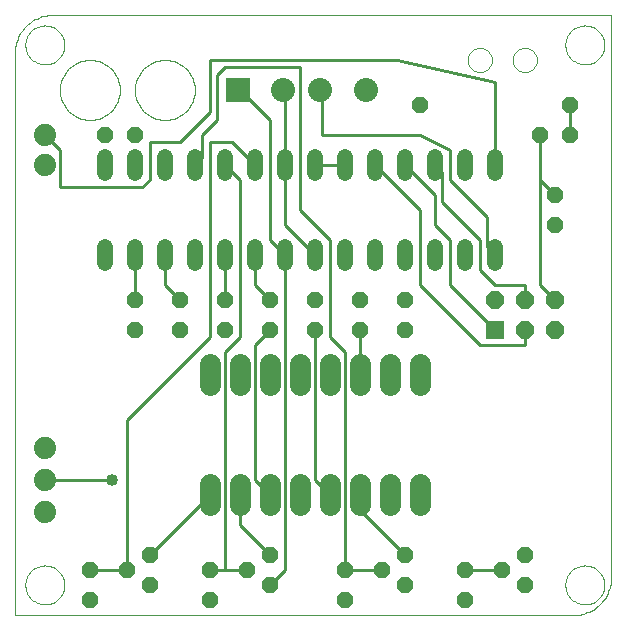
<source format=gtl>
G75*
G70*
%OFA0B0*%
%FSLAX24Y24*%
%IPPOS*%
%LPD*%
%AMOC8*
5,1,8,0,0,1.08239X$1,22.5*
%
%ADD10C,0.0000*%
%ADD11C,0.0700*%
%ADD12OC8,0.0520*%
%ADD13C,0.0520*%
%ADD14R,0.0600X0.0600*%
%ADD15OC8,0.0600*%
%ADD16R,0.0800X0.0800*%
%ADD17C,0.0800*%
%ADD18C,0.0740*%
%ADD19C,0.0100*%
%ADD20C,0.0400*%
D10*
X000121Y000101D02*
X000121Y018847D01*
X000471Y019101D02*
X000473Y019151D01*
X000479Y019201D01*
X000489Y019251D01*
X000502Y019299D01*
X000519Y019347D01*
X000540Y019393D01*
X000564Y019437D01*
X000592Y019479D01*
X000623Y019519D01*
X000657Y019556D01*
X000694Y019591D01*
X000733Y019622D01*
X000774Y019651D01*
X000818Y019676D01*
X000864Y019698D01*
X000911Y019716D01*
X000959Y019730D01*
X001008Y019741D01*
X001058Y019748D01*
X001108Y019751D01*
X001159Y019750D01*
X001209Y019745D01*
X001259Y019736D01*
X001307Y019724D01*
X001355Y019707D01*
X001401Y019687D01*
X001446Y019664D01*
X001489Y019637D01*
X001529Y019607D01*
X001567Y019574D01*
X001602Y019538D01*
X001635Y019499D01*
X001664Y019458D01*
X001690Y019415D01*
X001713Y019370D01*
X001732Y019323D01*
X001747Y019275D01*
X001759Y019226D01*
X001767Y019176D01*
X001771Y019126D01*
X001771Y019076D01*
X001767Y019026D01*
X001759Y018976D01*
X001747Y018927D01*
X001732Y018879D01*
X001713Y018832D01*
X001690Y018787D01*
X001664Y018744D01*
X001635Y018703D01*
X001602Y018664D01*
X001567Y018628D01*
X001529Y018595D01*
X001489Y018565D01*
X001446Y018538D01*
X001401Y018515D01*
X001355Y018495D01*
X001307Y018478D01*
X001259Y018466D01*
X001209Y018457D01*
X001159Y018452D01*
X001108Y018451D01*
X001058Y018454D01*
X001008Y018461D01*
X000959Y018472D01*
X000911Y018486D01*
X000864Y018504D01*
X000818Y018526D01*
X000774Y018551D01*
X000733Y018580D01*
X000694Y018611D01*
X000657Y018646D01*
X000623Y018683D01*
X000592Y018723D01*
X000564Y018765D01*
X000540Y018809D01*
X000519Y018855D01*
X000502Y018903D01*
X000489Y018951D01*
X000479Y019001D01*
X000473Y019051D01*
X000471Y019101D01*
X000121Y018847D02*
X000123Y018915D01*
X000128Y018982D01*
X000137Y019049D01*
X000150Y019116D01*
X000167Y019181D01*
X000186Y019246D01*
X000210Y019310D01*
X000237Y019372D01*
X000267Y019433D01*
X000300Y019491D01*
X000336Y019548D01*
X000376Y019603D01*
X000418Y019656D01*
X000464Y019707D01*
X000511Y019754D01*
X000562Y019800D01*
X000615Y019842D01*
X000670Y019882D01*
X000727Y019918D01*
X000785Y019951D01*
X000846Y019981D01*
X000908Y020008D01*
X000972Y020032D01*
X001037Y020051D01*
X001102Y020068D01*
X001169Y020081D01*
X001236Y020090D01*
X001303Y020095D01*
X001371Y020097D01*
X019991Y020097D01*
X019991Y001351D01*
X018471Y001101D02*
X018473Y001151D01*
X018479Y001201D01*
X018489Y001251D01*
X018502Y001299D01*
X018519Y001347D01*
X018540Y001393D01*
X018564Y001437D01*
X018592Y001479D01*
X018623Y001519D01*
X018657Y001556D01*
X018694Y001591D01*
X018733Y001622D01*
X018774Y001651D01*
X018818Y001676D01*
X018864Y001698D01*
X018911Y001716D01*
X018959Y001730D01*
X019008Y001741D01*
X019058Y001748D01*
X019108Y001751D01*
X019159Y001750D01*
X019209Y001745D01*
X019259Y001736D01*
X019307Y001724D01*
X019355Y001707D01*
X019401Y001687D01*
X019446Y001664D01*
X019489Y001637D01*
X019529Y001607D01*
X019567Y001574D01*
X019602Y001538D01*
X019635Y001499D01*
X019664Y001458D01*
X019690Y001415D01*
X019713Y001370D01*
X019732Y001323D01*
X019747Y001275D01*
X019759Y001226D01*
X019767Y001176D01*
X019771Y001126D01*
X019771Y001076D01*
X019767Y001026D01*
X019759Y000976D01*
X019747Y000927D01*
X019732Y000879D01*
X019713Y000832D01*
X019690Y000787D01*
X019664Y000744D01*
X019635Y000703D01*
X019602Y000664D01*
X019567Y000628D01*
X019529Y000595D01*
X019489Y000565D01*
X019446Y000538D01*
X019401Y000515D01*
X019355Y000495D01*
X019307Y000478D01*
X019259Y000466D01*
X019209Y000457D01*
X019159Y000452D01*
X019108Y000451D01*
X019058Y000454D01*
X019008Y000461D01*
X018959Y000472D01*
X018911Y000486D01*
X018864Y000504D01*
X018818Y000526D01*
X018774Y000551D01*
X018733Y000580D01*
X018694Y000611D01*
X018657Y000646D01*
X018623Y000683D01*
X018592Y000723D01*
X018564Y000765D01*
X018540Y000809D01*
X018519Y000855D01*
X018502Y000903D01*
X018489Y000951D01*
X018479Y001001D01*
X018473Y001051D01*
X018471Y001101D01*
X018741Y000101D02*
X018809Y000103D01*
X018876Y000108D01*
X018943Y000117D01*
X019010Y000130D01*
X019075Y000147D01*
X019140Y000166D01*
X019204Y000190D01*
X019266Y000217D01*
X019327Y000247D01*
X019385Y000280D01*
X019442Y000316D01*
X019497Y000356D01*
X019550Y000398D01*
X019601Y000444D01*
X019648Y000491D01*
X019694Y000542D01*
X019736Y000595D01*
X019776Y000650D01*
X019812Y000707D01*
X019845Y000765D01*
X019875Y000826D01*
X019902Y000888D01*
X019926Y000952D01*
X019945Y001017D01*
X019962Y001082D01*
X019975Y001149D01*
X019984Y001216D01*
X019989Y001283D01*
X019991Y001351D01*
X018741Y000101D02*
X000121Y000101D01*
X000471Y001101D02*
X000473Y001151D01*
X000479Y001201D01*
X000489Y001251D01*
X000502Y001299D01*
X000519Y001347D01*
X000540Y001393D01*
X000564Y001437D01*
X000592Y001479D01*
X000623Y001519D01*
X000657Y001556D01*
X000694Y001591D01*
X000733Y001622D01*
X000774Y001651D01*
X000818Y001676D01*
X000864Y001698D01*
X000911Y001716D01*
X000959Y001730D01*
X001008Y001741D01*
X001058Y001748D01*
X001108Y001751D01*
X001159Y001750D01*
X001209Y001745D01*
X001259Y001736D01*
X001307Y001724D01*
X001355Y001707D01*
X001401Y001687D01*
X001446Y001664D01*
X001489Y001637D01*
X001529Y001607D01*
X001567Y001574D01*
X001602Y001538D01*
X001635Y001499D01*
X001664Y001458D01*
X001690Y001415D01*
X001713Y001370D01*
X001732Y001323D01*
X001747Y001275D01*
X001759Y001226D01*
X001767Y001176D01*
X001771Y001126D01*
X001771Y001076D01*
X001767Y001026D01*
X001759Y000976D01*
X001747Y000927D01*
X001732Y000879D01*
X001713Y000832D01*
X001690Y000787D01*
X001664Y000744D01*
X001635Y000703D01*
X001602Y000664D01*
X001567Y000628D01*
X001529Y000595D01*
X001489Y000565D01*
X001446Y000538D01*
X001401Y000515D01*
X001355Y000495D01*
X001307Y000478D01*
X001259Y000466D01*
X001209Y000457D01*
X001159Y000452D01*
X001108Y000451D01*
X001058Y000454D01*
X001008Y000461D01*
X000959Y000472D01*
X000911Y000486D01*
X000864Y000504D01*
X000818Y000526D01*
X000774Y000551D01*
X000733Y000580D01*
X000694Y000611D01*
X000657Y000646D01*
X000623Y000683D01*
X000592Y000723D01*
X000564Y000765D01*
X000540Y000809D01*
X000519Y000855D01*
X000502Y000903D01*
X000489Y000951D01*
X000479Y001001D01*
X000473Y001051D01*
X000471Y001101D01*
X001621Y017601D02*
X001623Y017664D01*
X001629Y017726D01*
X001639Y017788D01*
X001652Y017850D01*
X001670Y017910D01*
X001691Y017969D01*
X001716Y018027D01*
X001745Y018083D01*
X001777Y018137D01*
X001812Y018189D01*
X001850Y018238D01*
X001892Y018286D01*
X001936Y018330D01*
X001984Y018372D01*
X002033Y018410D01*
X002085Y018445D01*
X002139Y018477D01*
X002195Y018506D01*
X002253Y018531D01*
X002312Y018552D01*
X002372Y018570D01*
X002434Y018583D01*
X002496Y018593D01*
X002558Y018599D01*
X002621Y018601D01*
X002684Y018599D01*
X002746Y018593D01*
X002808Y018583D01*
X002870Y018570D01*
X002930Y018552D01*
X002989Y018531D01*
X003047Y018506D01*
X003103Y018477D01*
X003157Y018445D01*
X003209Y018410D01*
X003258Y018372D01*
X003306Y018330D01*
X003350Y018286D01*
X003392Y018238D01*
X003430Y018189D01*
X003465Y018137D01*
X003497Y018083D01*
X003526Y018027D01*
X003551Y017969D01*
X003572Y017910D01*
X003590Y017850D01*
X003603Y017788D01*
X003613Y017726D01*
X003619Y017664D01*
X003621Y017601D01*
X003619Y017538D01*
X003613Y017476D01*
X003603Y017414D01*
X003590Y017352D01*
X003572Y017292D01*
X003551Y017233D01*
X003526Y017175D01*
X003497Y017119D01*
X003465Y017065D01*
X003430Y017013D01*
X003392Y016964D01*
X003350Y016916D01*
X003306Y016872D01*
X003258Y016830D01*
X003209Y016792D01*
X003157Y016757D01*
X003103Y016725D01*
X003047Y016696D01*
X002989Y016671D01*
X002930Y016650D01*
X002870Y016632D01*
X002808Y016619D01*
X002746Y016609D01*
X002684Y016603D01*
X002621Y016601D01*
X002558Y016603D01*
X002496Y016609D01*
X002434Y016619D01*
X002372Y016632D01*
X002312Y016650D01*
X002253Y016671D01*
X002195Y016696D01*
X002139Y016725D01*
X002085Y016757D01*
X002033Y016792D01*
X001984Y016830D01*
X001936Y016872D01*
X001892Y016916D01*
X001850Y016964D01*
X001812Y017013D01*
X001777Y017065D01*
X001745Y017119D01*
X001716Y017175D01*
X001691Y017233D01*
X001670Y017292D01*
X001652Y017352D01*
X001639Y017414D01*
X001629Y017476D01*
X001623Y017538D01*
X001621Y017601D01*
X004121Y017601D02*
X004123Y017664D01*
X004129Y017726D01*
X004139Y017788D01*
X004152Y017850D01*
X004170Y017910D01*
X004191Y017969D01*
X004216Y018027D01*
X004245Y018083D01*
X004277Y018137D01*
X004312Y018189D01*
X004350Y018238D01*
X004392Y018286D01*
X004436Y018330D01*
X004484Y018372D01*
X004533Y018410D01*
X004585Y018445D01*
X004639Y018477D01*
X004695Y018506D01*
X004753Y018531D01*
X004812Y018552D01*
X004872Y018570D01*
X004934Y018583D01*
X004996Y018593D01*
X005058Y018599D01*
X005121Y018601D01*
X005184Y018599D01*
X005246Y018593D01*
X005308Y018583D01*
X005370Y018570D01*
X005430Y018552D01*
X005489Y018531D01*
X005547Y018506D01*
X005603Y018477D01*
X005657Y018445D01*
X005709Y018410D01*
X005758Y018372D01*
X005806Y018330D01*
X005850Y018286D01*
X005892Y018238D01*
X005930Y018189D01*
X005965Y018137D01*
X005997Y018083D01*
X006026Y018027D01*
X006051Y017969D01*
X006072Y017910D01*
X006090Y017850D01*
X006103Y017788D01*
X006113Y017726D01*
X006119Y017664D01*
X006121Y017601D01*
X006119Y017538D01*
X006113Y017476D01*
X006103Y017414D01*
X006090Y017352D01*
X006072Y017292D01*
X006051Y017233D01*
X006026Y017175D01*
X005997Y017119D01*
X005965Y017065D01*
X005930Y017013D01*
X005892Y016964D01*
X005850Y016916D01*
X005806Y016872D01*
X005758Y016830D01*
X005709Y016792D01*
X005657Y016757D01*
X005603Y016725D01*
X005547Y016696D01*
X005489Y016671D01*
X005430Y016650D01*
X005370Y016632D01*
X005308Y016619D01*
X005246Y016609D01*
X005184Y016603D01*
X005121Y016601D01*
X005058Y016603D01*
X004996Y016609D01*
X004934Y016619D01*
X004872Y016632D01*
X004812Y016650D01*
X004753Y016671D01*
X004695Y016696D01*
X004639Y016725D01*
X004585Y016757D01*
X004533Y016792D01*
X004484Y016830D01*
X004436Y016872D01*
X004392Y016916D01*
X004350Y016964D01*
X004312Y017013D01*
X004277Y017065D01*
X004245Y017119D01*
X004216Y017175D01*
X004191Y017233D01*
X004170Y017292D01*
X004152Y017352D01*
X004139Y017414D01*
X004129Y017476D01*
X004123Y017538D01*
X004121Y017601D01*
X015221Y018601D02*
X015223Y018641D01*
X015229Y018680D01*
X015239Y018719D01*
X015252Y018756D01*
X015270Y018792D01*
X015291Y018826D01*
X015315Y018858D01*
X015342Y018887D01*
X015372Y018914D01*
X015404Y018937D01*
X015439Y018957D01*
X015475Y018973D01*
X015513Y018986D01*
X015552Y018995D01*
X015591Y019000D01*
X015631Y019001D01*
X015671Y018998D01*
X015710Y018991D01*
X015748Y018980D01*
X015786Y018966D01*
X015821Y018947D01*
X015854Y018926D01*
X015886Y018901D01*
X015914Y018873D01*
X015940Y018843D01*
X015962Y018810D01*
X015981Y018775D01*
X015997Y018738D01*
X016009Y018700D01*
X016017Y018661D01*
X016021Y018621D01*
X016021Y018581D01*
X016017Y018541D01*
X016009Y018502D01*
X015997Y018464D01*
X015981Y018427D01*
X015962Y018392D01*
X015940Y018359D01*
X015914Y018329D01*
X015886Y018301D01*
X015854Y018276D01*
X015821Y018255D01*
X015786Y018236D01*
X015748Y018222D01*
X015710Y018211D01*
X015671Y018204D01*
X015631Y018201D01*
X015591Y018202D01*
X015552Y018207D01*
X015513Y018216D01*
X015475Y018229D01*
X015439Y018245D01*
X015404Y018265D01*
X015372Y018288D01*
X015342Y018315D01*
X015315Y018344D01*
X015291Y018376D01*
X015270Y018410D01*
X015252Y018446D01*
X015239Y018483D01*
X015229Y018522D01*
X015223Y018561D01*
X015221Y018601D01*
X016721Y018601D02*
X016723Y018641D01*
X016729Y018680D01*
X016739Y018719D01*
X016752Y018756D01*
X016770Y018792D01*
X016791Y018826D01*
X016815Y018858D01*
X016842Y018887D01*
X016872Y018914D01*
X016904Y018937D01*
X016939Y018957D01*
X016975Y018973D01*
X017013Y018986D01*
X017052Y018995D01*
X017091Y019000D01*
X017131Y019001D01*
X017171Y018998D01*
X017210Y018991D01*
X017248Y018980D01*
X017286Y018966D01*
X017321Y018947D01*
X017354Y018926D01*
X017386Y018901D01*
X017414Y018873D01*
X017440Y018843D01*
X017462Y018810D01*
X017481Y018775D01*
X017497Y018738D01*
X017509Y018700D01*
X017517Y018661D01*
X017521Y018621D01*
X017521Y018581D01*
X017517Y018541D01*
X017509Y018502D01*
X017497Y018464D01*
X017481Y018427D01*
X017462Y018392D01*
X017440Y018359D01*
X017414Y018329D01*
X017386Y018301D01*
X017354Y018276D01*
X017321Y018255D01*
X017286Y018236D01*
X017248Y018222D01*
X017210Y018211D01*
X017171Y018204D01*
X017131Y018201D01*
X017091Y018202D01*
X017052Y018207D01*
X017013Y018216D01*
X016975Y018229D01*
X016939Y018245D01*
X016904Y018265D01*
X016872Y018288D01*
X016842Y018315D01*
X016815Y018344D01*
X016791Y018376D01*
X016770Y018410D01*
X016752Y018446D01*
X016739Y018483D01*
X016729Y018522D01*
X016723Y018561D01*
X016721Y018601D01*
X018471Y019101D02*
X018473Y019151D01*
X018479Y019201D01*
X018489Y019251D01*
X018502Y019299D01*
X018519Y019347D01*
X018540Y019393D01*
X018564Y019437D01*
X018592Y019479D01*
X018623Y019519D01*
X018657Y019556D01*
X018694Y019591D01*
X018733Y019622D01*
X018774Y019651D01*
X018818Y019676D01*
X018864Y019698D01*
X018911Y019716D01*
X018959Y019730D01*
X019008Y019741D01*
X019058Y019748D01*
X019108Y019751D01*
X019159Y019750D01*
X019209Y019745D01*
X019259Y019736D01*
X019307Y019724D01*
X019355Y019707D01*
X019401Y019687D01*
X019446Y019664D01*
X019489Y019637D01*
X019529Y019607D01*
X019567Y019574D01*
X019602Y019538D01*
X019635Y019499D01*
X019664Y019458D01*
X019690Y019415D01*
X019713Y019370D01*
X019732Y019323D01*
X019747Y019275D01*
X019759Y019226D01*
X019767Y019176D01*
X019771Y019126D01*
X019771Y019076D01*
X019767Y019026D01*
X019759Y018976D01*
X019747Y018927D01*
X019732Y018879D01*
X019713Y018832D01*
X019690Y018787D01*
X019664Y018744D01*
X019635Y018703D01*
X019602Y018664D01*
X019567Y018628D01*
X019529Y018595D01*
X019489Y018565D01*
X019446Y018538D01*
X019401Y018515D01*
X019355Y018495D01*
X019307Y018478D01*
X019259Y018466D01*
X019209Y018457D01*
X019159Y018452D01*
X019108Y018451D01*
X019058Y018454D01*
X019008Y018461D01*
X018959Y018472D01*
X018911Y018486D01*
X018864Y018504D01*
X018818Y018526D01*
X018774Y018551D01*
X018733Y018580D01*
X018694Y018611D01*
X018657Y018646D01*
X018623Y018683D01*
X018592Y018723D01*
X018564Y018765D01*
X018540Y018809D01*
X018519Y018855D01*
X018502Y018903D01*
X018489Y018951D01*
X018479Y019001D01*
X018473Y019051D01*
X018471Y019101D01*
D11*
X013621Y008451D02*
X013621Y007751D01*
X012621Y007751D02*
X012621Y008451D01*
X011621Y008451D02*
X011621Y007751D01*
X010621Y007751D02*
X010621Y008451D01*
X009621Y008451D02*
X009621Y007751D01*
X008621Y007751D02*
X008621Y008451D01*
X007621Y008451D02*
X007621Y007751D01*
X006621Y007751D02*
X006621Y008451D01*
X006621Y004451D02*
X006621Y003751D01*
X007621Y003751D02*
X007621Y004451D01*
X008621Y004451D02*
X008621Y003751D01*
X009621Y003751D02*
X009621Y004451D01*
X010621Y004451D02*
X010621Y003751D01*
X011621Y003751D02*
X011621Y004451D01*
X012621Y004451D02*
X012621Y003751D01*
X013621Y003751D02*
X013621Y004451D01*
D12*
X013121Y002101D03*
X012371Y001601D03*
X013121Y001101D03*
X015121Y001601D03*
X015121Y000601D03*
X016371Y001601D03*
X017121Y002101D03*
X017121Y001101D03*
X011121Y001601D03*
X011121Y000601D03*
X008621Y001101D03*
X007871Y001601D03*
X008621Y002101D03*
X006621Y001601D03*
X006621Y000601D03*
X004621Y001101D03*
X003871Y001601D03*
X004621Y002101D03*
X002621Y001601D03*
X002621Y000601D03*
X004121Y009601D03*
X004121Y010601D03*
X005621Y010601D03*
X005621Y009601D03*
X007121Y009601D03*
X007121Y010601D03*
X008621Y010601D03*
X008621Y009601D03*
X010121Y009601D03*
X010121Y010601D03*
X011621Y010601D03*
X011621Y009601D03*
X013121Y009601D03*
X013121Y010601D03*
X018121Y013101D03*
X018121Y014101D03*
X017621Y016101D03*
X018621Y016101D03*
X018621Y017101D03*
X013621Y017101D03*
X004121Y016101D03*
X003121Y016101D03*
D13*
X003121Y015361D02*
X003121Y014841D01*
X004121Y014841D02*
X004121Y015361D01*
X005121Y015361D02*
X005121Y014841D01*
X006121Y014841D02*
X006121Y015361D01*
X007121Y015361D02*
X007121Y014841D01*
X008121Y014841D02*
X008121Y015361D01*
X009121Y015361D02*
X009121Y014841D01*
X010121Y014841D02*
X010121Y015361D01*
X011121Y015361D02*
X011121Y014841D01*
X012121Y014841D02*
X012121Y015361D01*
X013121Y015361D02*
X013121Y014841D01*
X014121Y014841D02*
X014121Y015361D01*
X015121Y015361D02*
X015121Y014841D01*
X016121Y014841D02*
X016121Y015361D01*
X016121Y012361D02*
X016121Y011841D01*
X015121Y011841D02*
X015121Y012361D01*
X014121Y012361D02*
X014121Y011841D01*
X013121Y011841D02*
X013121Y012361D01*
X012121Y012361D02*
X012121Y011841D01*
X011121Y011841D02*
X011121Y012361D01*
X010121Y012361D02*
X010121Y011841D01*
X009121Y011841D02*
X009121Y012361D01*
X008121Y012361D02*
X008121Y011841D01*
X007121Y011841D02*
X007121Y012361D01*
X006121Y012361D02*
X006121Y011841D01*
X005121Y011841D02*
X005121Y012361D01*
X004121Y012361D02*
X004121Y011841D01*
X003121Y011841D02*
X003121Y012361D01*
D14*
X016121Y009601D03*
D15*
X016121Y010601D03*
X017121Y010601D03*
X018121Y010601D03*
X018121Y009601D03*
X017121Y009601D03*
D16*
X007551Y017601D03*
D17*
X009069Y017601D03*
X010307Y017601D03*
X011825Y017601D03*
D18*
X001121Y016101D03*
X001121Y015101D03*
X001121Y005671D03*
X001121Y004601D03*
X001121Y003531D03*
D19*
X001121Y004601D02*
X003371Y004601D01*
X003871Y006601D02*
X003871Y001601D01*
X002621Y001601D01*
X004621Y002101D02*
X006621Y004101D01*
X007621Y004101D02*
X007621Y003101D01*
X008621Y002101D01*
X009121Y001601D02*
X009121Y012101D01*
X008621Y012601D01*
X008621Y016601D01*
X007621Y017601D01*
X007121Y018351D02*
X009621Y018351D01*
X009621Y013601D01*
X010621Y012601D01*
X010621Y009351D01*
X011121Y008851D01*
X011121Y001601D01*
X012371Y001601D01*
X013121Y002101D02*
X011621Y003601D01*
X011621Y004101D01*
X010621Y004101D02*
X010121Y004601D01*
X010121Y009601D01*
X011621Y009601D02*
X011621Y008101D01*
X013621Y011101D02*
X015621Y009101D01*
X017121Y009101D01*
X017121Y009601D01*
X017121Y010601D02*
X017121Y011101D01*
X016121Y011101D01*
X015621Y011601D01*
X015621Y012601D01*
X014371Y013851D01*
X014371Y014851D01*
X014121Y015101D01*
X014621Y015601D02*
X014621Y014601D01*
X015871Y013351D01*
X015871Y012351D01*
X016121Y012101D01*
X017621Y011101D02*
X017621Y014601D01*
X017621Y016101D01*
X018621Y016101D02*
X018621Y017101D01*
X016121Y017851D02*
X016121Y015101D01*
X017621Y014601D02*
X018121Y014101D01*
X017621Y011101D02*
X018121Y010601D01*
X016121Y009601D02*
X014621Y011101D01*
X014621Y012601D01*
X014121Y013101D01*
X014121Y014101D01*
X013121Y015101D01*
X012121Y015101D02*
X013621Y013601D01*
X013621Y011101D01*
X010121Y012101D02*
X009121Y013101D01*
X009121Y015101D01*
X009121Y017601D01*
X009069Y017601D01*
X010307Y017601D02*
X010371Y017601D01*
X010371Y016101D01*
X013621Y016101D01*
X014621Y015601D01*
X016121Y017851D02*
X012871Y018601D01*
X006621Y018601D01*
X006621Y016851D01*
X005621Y015851D01*
X004621Y015851D01*
X004621Y014601D01*
X004371Y014351D01*
X001621Y014351D01*
X001621Y015601D01*
X001121Y016101D01*
X004121Y012101D02*
X004121Y010601D01*
X005121Y011101D02*
X005121Y012101D01*
X005121Y011101D02*
X005621Y010601D01*
X006621Y009351D02*
X003871Y006601D01*
X006621Y009351D02*
X006621Y015851D01*
X007371Y015851D01*
X008121Y015101D01*
X007621Y014601D02*
X007621Y009351D01*
X007121Y008851D01*
X007121Y001601D01*
X006621Y001601D01*
X007121Y001601D02*
X007871Y001601D01*
X008621Y001101D02*
X009121Y001601D01*
X008621Y004101D02*
X008121Y004601D01*
X008121Y009101D01*
X008621Y009601D01*
X008621Y010601D02*
X008121Y011101D01*
X008121Y012101D01*
X007121Y012101D02*
X007121Y010601D01*
X007621Y014601D02*
X007121Y015101D01*
X006371Y015351D02*
X006371Y016101D01*
X006871Y016601D01*
X006871Y018101D01*
X007121Y018351D01*
X006371Y015351D02*
X006121Y015101D01*
X010121Y015101D02*
X011121Y015101D01*
X015121Y001601D02*
X016371Y001601D01*
D20*
X003371Y004601D03*
M02*

</source>
